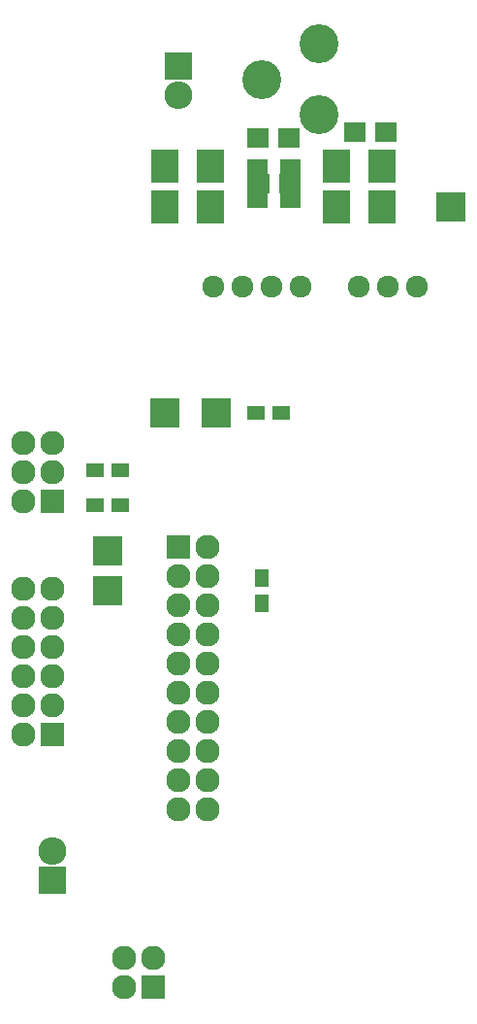
<source format=gts>
G04 #@! TF.FileFunction,Soldermask,Top*
%FSLAX46Y46*%
G04 Gerber Fmt 4.6, Leading zero omitted, Abs format (unit mm)*
G04 Created by KiCad (PCBNEW 4.0.1-stable) date 13/02/2016 21:15:23*
%MOMM*%
G01*
G04 APERTURE LIST*
%ADD10C,0.100000*%
%ADD11R,2.127200X2.127200*%
%ADD12O,2.127200X2.127200*%
%ADD13R,2.400000X2.900000*%
%ADD14C,3.400000*%
%ADD15R,1.900000X1.700000*%
%ADD16R,1.300000X1.600000*%
%ADD17R,2.635200X2.635200*%
%ADD18R,2.432000X2.432000*%
%ADD19O,2.432000X2.432000*%
%ADD20R,1.600000X1.300000*%
%ADD21C,1.924000*%
G04 APERTURE END LIST*
D10*
D11*
X111040000Y-116540000D03*
D12*
X108500000Y-116540000D03*
X111040000Y-114000000D03*
X108500000Y-114000000D03*
D11*
X102235000Y-94500700D03*
D12*
X99695000Y-94500700D03*
X102235000Y-91960700D03*
X99695000Y-91960700D03*
X102235000Y-89420700D03*
X99695000Y-89420700D03*
X102235000Y-86880700D03*
X99695000Y-86880700D03*
X102235000Y-84340700D03*
X99695000Y-84340700D03*
X102235000Y-81800700D03*
X99695000Y-81800700D03*
D11*
X102222300Y-74180700D03*
D12*
X99682300Y-74180700D03*
X102222300Y-71640700D03*
X99682300Y-71640700D03*
X102222300Y-69100700D03*
X99682300Y-69100700D03*
D11*
X113210000Y-78120000D03*
D12*
X115750000Y-78120000D03*
X113210000Y-80660000D03*
X115750000Y-80660000D03*
X113210000Y-83200000D03*
X115750000Y-83200000D03*
X113210000Y-85740000D03*
X115750000Y-85740000D03*
X113210000Y-88280000D03*
X115750000Y-88280000D03*
X113210000Y-90820000D03*
X115750000Y-90820000D03*
X113210000Y-93360000D03*
X115750000Y-93360000D03*
X113210000Y-95900000D03*
X115750000Y-95900000D03*
X113210000Y-98440000D03*
X115750000Y-98440000D03*
X113210000Y-100980000D03*
X115750000Y-100980000D03*
D13*
X127000000Y-48500000D03*
X131000000Y-48500000D03*
X127000000Y-45000000D03*
X131000000Y-45000000D03*
X116000000Y-48500000D03*
X112000000Y-48500000D03*
X116000000Y-45000000D03*
X112000000Y-45000000D03*
D14*
X125500000Y-40500000D03*
X125500000Y-34300000D03*
X120500000Y-37400000D03*
D15*
X122900000Y-46520000D03*
X120200000Y-46520000D03*
D16*
X120500000Y-83100000D03*
X120500000Y-80900000D03*
D10*
G36*
X123910000Y-44355000D02*
X123910000Y-48645000D01*
X122090000Y-48645000D01*
X122090000Y-44355000D01*
X123910000Y-44355000D01*
X123910000Y-44355000D01*
G37*
G36*
X121010000Y-44355000D02*
X121010000Y-48645000D01*
X119190000Y-48645000D01*
X119190000Y-44355000D01*
X121010000Y-44355000D01*
X121010000Y-44355000D01*
G37*
D17*
X137000000Y-48500000D03*
D18*
X102235000Y-107213400D03*
D19*
X102235000Y-104673400D03*
D17*
X107000000Y-78500000D03*
X107000000Y-82000000D03*
X112000000Y-66500000D03*
X116500000Y-66500000D03*
D20*
X108100000Y-71500000D03*
X105900000Y-71500000D03*
X108100000Y-74500000D03*
X105900000Y-74500000D03*
X122200000Y-66500000D03*
X120000000Y-66500000D03*
D21*
X134000000Y-55500000D03*
X131460000Y-55500000D03*
X128920000Y-55500000D03*
X123840000Y-55500000D03*
X121300000Y-55500000D03*
X118760000Y-55500000D03*
X116220000Y-55500000D03*
D18*
X113210000Y-36210000D03*
D19*
X113210000Y-38750000D03*
D15*
X120150000Y-42500000D03*
X122850000Y-42500000D03*
X128650000Y-42000000D03*
X131350000Y-42000000D03*
M02*

</source>
